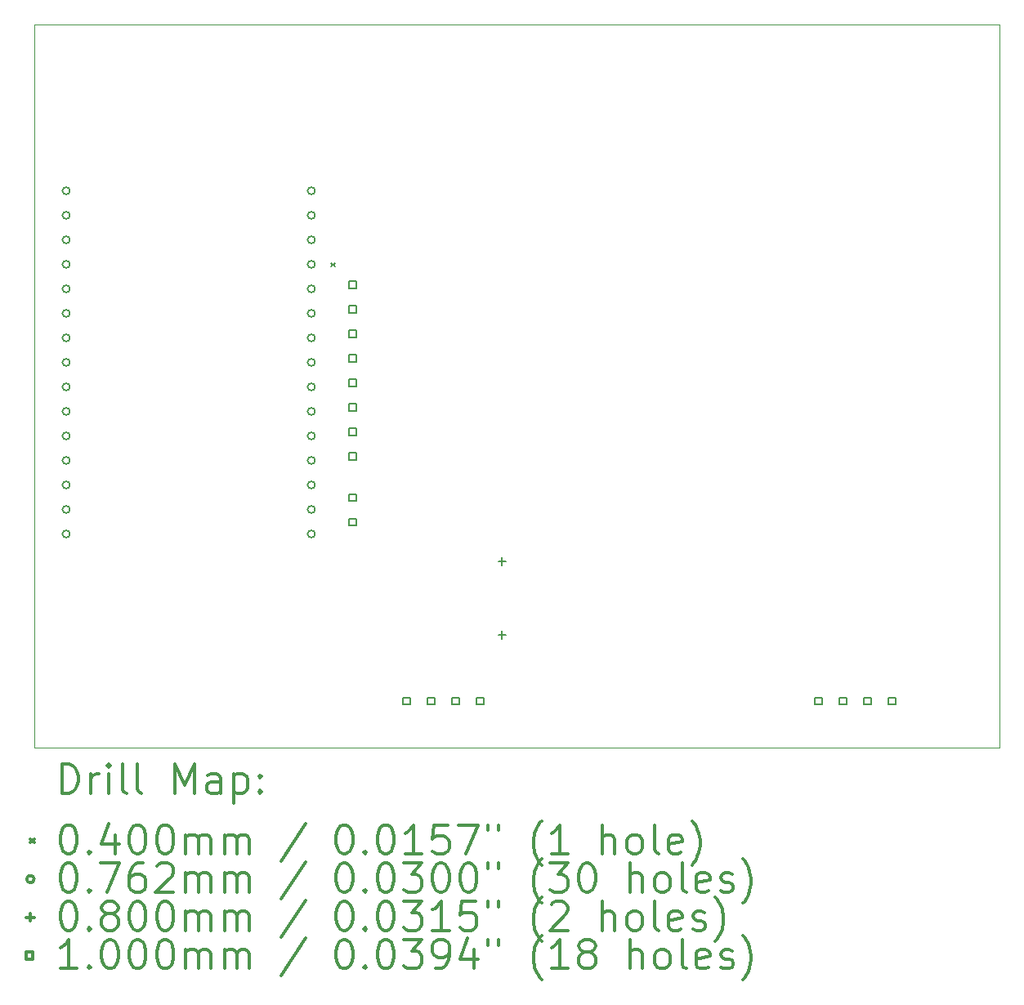
<source format=gbr>
%FSLAX45Y45*%
G04 Gerber Fmt 4.5, Leading zero omitted, Abs format (unit mm)*
G04 Created by KiCad (PCBNEW (5.1.10)-1) date 2021-12-02 13:26:13*
%MOMM*%
%LPD*%
G01*
G04 APERTURE LIST*
%TA.AperFunction,Profile*%
%ADD10C,0.050000*%
%TD*%
%ADD11C,0.200000*%
%ADD12C,0.300000*%
G04 APERTURE END LIST*
D10*
X16000000Y-14000000D02*
X16000000Y-6500000D01*
X16000000Y-14000000D02*
X6000000Y-14000000D01*
X6000000Y-6500000D02*
X6000000Y-14000000D01*
X6000000Y-6500000D02*
X16000000Y-6500000D01*
D11*
X9073200Y-8971600D02*
X9113200Y-9011600D01*
X9113200Y-8971600D02*
X9073200Y-9011600D01*
X6368100Y-8226550D02*
G75*
G03*
X6368100Y-8226550I-38100J0D01*
G01*
X6368100Y-8480550D02*
G75*
G03*
X6368100Y-8480550I-38100J0D01*
G01*
X6368100Y-8734550D02*
G75*
G03*
X6368100Y-8734550I-38100J0D01*
G01*
X6368100Y-8988550D02*
G75*
G03*
X6368100Y-8988550I-38100J0D01*
G01*
X6368100Y-9242550D02*
G75*
G03*
X6368100Y-9242550I-38100J0D01*
G01*
X6368100Y-9496550D02*
G75*
G03*
X6368100Y-9496550I-38100J0D01*
G01*
X6368100Y-9750550D02*
G75*
G03*
X6368100Y-9750550I-38100J0D01*
G01*
X6368100Y-10004550D02*
G75*
G03*
X6368100Y-10004550I-38100J0D01*
G01*
X6368100Y-10258550D02*
G75*
G03*
X6368100Y-10258550I-38100J0D01*
G01*
X6368100Y-10512550D02*
G75*
G03*
X6368100Y-10512550I-38100J0D01*
G01*
X6368100Y-10766550D02*
G75*
G03*
X6368100Y-10766550I-38100J0D01*
G01*
X6368100Y-11020550D02*
G75*
G03*
X6368100Y-11020550I-38100J0D01*
G01*
X6368100Y-11274550D02*
G75*
G03*
X6368100Y-11274550I-38100J0D01*
G01*
X6368100Y-11528550D02*
G75*
G03*
X6368100Y-11528550I-38100J0D01*
G01*
X6368100Y-11782550D02*
G75*
G03*
X6368100Y-11782550I-38100J0D01*
G01*
X8908100Y-8226550D02*
G75*
G03*
X8908100Y-8226550I-38100J0D01*
G01*
X8908100Y-8480550D02*
G75*
G03*
X8908100Y-8480550I-38100J0D01*
G01*
X8908100Y-8734550D02*
G75*
G03*
X8908100Y-8734550I-38100J0D01*
G01*
X8908100Y-8988550D02*
G75*
G03*
X8908100Y-8988550I-38100J0D01*
G01*
X8908100Y-9242550D02*
G75*
G03*
X8908100Y-9242550I-38100J0D01*
G01*
X8908100Y-9496550D02*
G75*
G03*
X8908100Y-9496550I-38100J0D01*
G01*
X8908100Y-9750550D02*
G75*
G03*
X8908100Y-9750550I-38100J0D01*
G01*
X8908100Y-10004550D02*
G75*
G03*
X8908100Y-10004550I-38100J0D01*
G01*
X8908100Y-10258550D02*
G75*
G03*
X8908100Y-10258550I-38100J0D01*
G01*
X8908100Y-10512550D02*
G75*
G03*
X8908100Y-10512550I-38100J0D01*
G01*
X8908100Y-10766550D02*
G75*
G03*
X8908100Y-10766550I-38100J0D01*
G01*
X8908100Y-11020550D02*
G75*
G03*
X8908100Y-11020550I-38100J0D01*
G01*
X8908100Y-11274550D02*
G75*
G03*
X8908100Y-11274550I-38100J0D01*
G01*
X8908100Y-11528550D02*
G75*
G03*
X8908100Y-11528550I-38100J0D01*
G01*
X8908100Y-11782550D02*
G75*
G03*
X8908100Y-11782550I-38100J0D01*
G01*
X10845800Y-12025000D02*
X10845800Y-12105000D01*
X10805800Y-12065000D02*
X10885800Y-12065000D01*
X10845800Y-12787000D02*
X10845800Y-12867000D01*
X10805800Y-12827000D02*
X10885800Y-12827000D01*
X9331756Y-9235356D02*
X9331756Y-9164644D01*
X9261044Y-9164644D01*
X9261044Y-9235356D01*
X9331756Y-9235356D01*
X9331756Y-9489356D02*
X9331756Y-9418644D01*
X9261044Y-9418644D01*
X9261044Y-9489356D01*
X9331756Y-9489356D01*
X9331756Y-9743356D02*
X9331756Y-9672644D01*
X9261044Y-9672644D01*
X9261044Y-9743356D01*
X9331756Y-9743356D01*
X9331756Y-9997356D02*
X9331756Y-9926644D01*
X9261044Y-9926644D01*
X9261044Y-9997356D01*
X9331756Y-9997356D01*
X9331756Y-10251356D02*
X9331756Y-10180644D01*
X9261044Y-10180644D01*
X9261044Y-10251356D01*
X9331756Y-10251356D01*
X9331756Y-10505356D02*
X9331756Y-10434644D01*
X9261044Y-10434644D01*
X9261044Y-10505356D01*
X9331756Y-10505356D01*
X9331756Y-10759356D02*
X9331756Y-10688644D01*
X9261044Y-10688644D01*
X9261044Y-10759356D01*
X9331756Y-10759356D01*
X9331756Y-11013356D02*
X9331756Y-10942644D01*
X9261044Y-10942644D01*
X9261044Y-11013356D01*
X9331756Y-11013356D01*
X9331756Y-11439956D02*
X9331756Y-11369244D01*
X9261044Y-11369244D01*
X9261044Y-11439956D01*
X9331756Y-11439956D01*
X9331756Y-11693956D02*
X9331756Y-11623244D01*
X9261044Y-11623244D01*
X9261044Y-11693956D01*
X9331756Y-11693956D01*
X9890556Y-13548156D02*
X9890556Y-13477444D01*
X9819844Y-13477444D01*
X9819844Y-13548156D01*
X9890556Y-13548156D01*
X10144556Y-13548156D02*
X10144556Y-13477444D01*
X10073844Y-13477444D01*
X10073844Y-13548156D01*
X10144556Y-13548156D01*
X10398556Y-13548156D02*
X10398556Y-13477444D01*
X10327844Y-13477444D01*
X10327844Y-13548156D01*
X10398556Y-13548156D01*
X10652556Y-13548156D02*
X10652556Y-13477444D01*
X10581844Y-13477444D01*
X10581844Y-13548156D01*
X10652556Y-13548156D01*
X14157756Y-13548156D02*
X14157756Y-13477444D01*
X14087044Y-13477444D01*
X14087044Y-13548156D01*
X14157756Y-13548156D01*
X14411756Y-13548156D02*
X14411756Y-13477444D01*
X14341044Y-13477444D01*
X14341044Y-13548156D01*
X14411756Y-13548156D01*
X14665756Y-13548156D02*
X14665756Y-13477444D01*
X14595044Y-13477444D01*
X14595044Y-13548156D01*
X14665756Y-13548156D01*
X14919756Y-13548156D02*
X14919756Y-13477444D01*
X14849044Y-13477444D01*
X14849044Y-13548156D01*
X14919756Y-13548156D01*
D12*
X6283928Y-14468214D02*
X6283928Y-14168214D01*
X6355357Y-14168214D01*
X6398214Y-14182500D01*
X6426786Y-14211071D01*
X6441071Y-14239643D01*
X6455357Y-14296786D01*
X6455357Y-14339643D01*
X6441071Y-14396786D01*
X6426786Y-14425357D01*
X6398214Y-14453929D01*
X6355357Y-14468214D01*
X6283928Y-14468214D01*
X6583928Y-14468214D02*
X6583928Y-14268214D01*
X6583928Y-14325357D02*
X6598214Y-14296786D01*
X6612500Y-14282500D01*
X6641071Y-14268214D01*
X6669643Y-14268214D01*
X6769643Y-14468214D02*
X6769643Y-14268214D01*
X6769643Y-14168214D02*
X6755357Y-14182500D01*
X6769643Y-14196786D01*
X6783928Y-14182500D01*
X6769643Y-14168214D01*
X6769643Y-14196786D01*
X6955357Y-14468214D02*
X6926786Y-14453929D01*
X6912500Y-14425357D01*
X6912500Y-14168214D01*
X7112500Y-14468214D02*
X7083928Y-14453929D01*
X7069643Y-14425357D01*
X7069643Y-14168214D01*
X7455357Y-14468214D02*
X7455357Y-14168214D01*
X7555357Y-14382500D01*
X7655357Y-14168214D01*
X7655357Y-14468214D01*
X7926786Y-14468214D02*
X7926786Y-14311071D01*
X7912500Y-14282500D01*
X7883928Y-14268214D01*
X7826786Y-14268214D01*
X7798214Y-14282500D01*
X7926786Y-14453929D02*
X7898214Y-14468214D01*
X7826786Y-14468214D01*
X7798214Y-14453929D01*
X7783928Y-14425357D01*
X7783928Y-14396786D01*
X7798214Y-14368214D01*
X7826786Y-14353929D01*
X7898214Y-14353929D01*
X7926786Y-14339643D01*
X8069643Y-14268214D02*
X8069643Y-14568214D01*
X8069643Y-14282500D02*
X8098214Y-14268214D01*
X8155357Y-14268214D01*
X8183928Y-14282500D01*
X8198214Y-14296786D01*
X8212500Y-14325357D01*
X8212500Y-14411071D01*
X8198214Y-14439643D01*
X8183928Y-14453929D01*
X8155357Y-14468214D01*
X8098214Y-14468214D01*
X8069643Y-14453929D01*
X8341071Y-14439643D02*
X8355357Y-14453929D01*
X8341071Y-14468214D01*
X8326786Y-14453929D01*
X8341071Y-14439643D01*
X8341071Y-14468214D01*
X8341071Y-14282500D02*
X8355357Y-14296786D01*
X8341071Y-14311071D01*
X8326786Y-14296786D01*
X8341071Y-14282500D01*
X8341071Y-14311071D01*
X5957500Y-14942500D02*
X5997500Y-14982500D01*
X5997500Y-14942500D02*
X5957500Y-14982500D01*
X6341071Y-14798214D02*
X6369643Y-14798214D01*
X6398214Y-14812500D01*
X6412500Y-14826786D01*
X6426786Y-14855357D01*
X6441071Y-14912500D01*
X6441071Y-14983929D01*
X6426786Y-15041071D01*
X6412500Y-15069643D01*
X6398214Y-15083929D01*
X6369643Y-15098214D01*
X6341071Y-15098214D01*
X6312500Y-15083929D01*
X6298214Y-15069643D01*
X6283928Y-15041071D01*
X6269643Y-14983929D01*
X6269643Y-14912500D01*
X6283928Y-14855357D01*
X6298214Y-14826786D01*
X6312500Y-14812500D01*
X6341071Y-14798214D01*
X6569643Y-15069643D02*
X6583928Y-15083929D01*
X6569643Y-15098214D01*
X6555357Y-15083929D01*
X6569643Y-15069643D01*
X6569643Y-15098214D01*
X6841071Y-14898214D02*
X6841071Y-15098214D01*
X6769643Y-14783929D02*
X6698214Y-14998214D01*
X6883928Y-14998214D01*
X7055357Y-14798214D02*
X7083928Y-14798214D01*
X7112500Y-14812500D01*
X7126786Y-14826786D01*
X7141071Y-14855357D01*
X7155357Y-14912500D01*
X7155357Y-14983929D01*
X7141071Y-15041071D01*
X7126786Y-15069643D01*
X7112500Y-15083929D01*
X7083928Y-15098214D01*
X7055357Y-15098214D01*
X7026786Y-15083929D01*
X7012500Y-15069643D01*
X6998214Y-15041071D01*
X6983928Y-14983929D01*
X6983928Y-14912500D01*
X6998214Y-14855357D01*
X7012500Y-14826786D01*
X7026786Y-14812500D01*
X7055357Y-14798214D01*
X7341071Y-14798214D02*
X7369643Y-14798214D01*
X7398214Y-14812500D01*
X7412500Y-14826786D01*
X7426786Y-14855357D01*
X7441071Y-14912500D01*
X7441071Y-14983929D01*
X7426786Y-15041071D01*
X7412500Y-15069643D01*
X7398214Y-15083929D01*
X7369643Y-15098214D01*
X7341071Y-15098214D01*
X7312500Y-15083929D01*
X7298214Y-15069643D01*
X7283928Y-15041071D01*
X7269643Y-14983929D01*
X7269643Y-14912500D01*
X7283928Y-14855357D01*
X7298214Y-14826786D01*
X7312500Y-14812500D01*
X7341071Y-14798214D01*
X7569643Y-15098214D02*
X7569643Y-14898214D01*
X7569643Y-14926786D02*
X7583928Y-14912500D01*
X7612500Y-14898214D01*
X7655357Y-14898214D01*
X7683928Y-14912500D01*
X7698214Y-14941071D01*
X7698214Y-15098214D01*
X7698214Y-14941071D02*
X7712500Y-14912500D01*
X7741071Y-14898214D01*
X7783928Y-14898214D01*
X7812500Y-14912500D01*
X7826786Y-14941071D01*
X7826786Y-15098214D01*
X7969643Y-15098214D02*
X7969643Y-14898214D01*
X7969643Y-14926786D02*
X7983928Y-14912500D01*
X8012500Y-14898214D01*
X8055357Y-14898214D01*
X8083928Y-14912500D01*
X8098214Y-14941071D01*
X8098214Y-15098214D01*
X8098214Y-14941071D02*
X8112500Y-14912500D01*
X8141071Y-14898214D01*
X8183928Y-14898214D01*
X8212500Y-14912500D01*
X8226786Y-14941071D01*
X8226786Y-15098214D01*
X8812500Y-14783929D02*
X8555357Y-15169643D01*
X9198214Y-14798214D02*
X9226786Y-14798214D01*
X9255357Y-14812500D01*
X9269643Y-14826786D01*
X9283928Y-14855357D01*
X9298214Y-14912500D01*
X9298214Y-14983929D01*
X9283928Y-15041071D01*
X9269643Y-15069643D01*
X9255357Y-15083929D01*
X9226786Y-15098214D01*
X9198214Y-15098214D01*
X9169643Y-15083929D01*
X9155357Y-15069643D01*
X9141071Y-15041071D01*
X9126786Y-14983929D01*
X9126786Y-14912500D01*
X9141071Y-14855357D01*
X9155357Y-14826786D01*
X9169643Y-14812500D01*
X9198214Y-14798214D01*
X9426786Y-15069643D02*
X9441071Y-15083929D01*
X9426786Y-15098214D01*
X9412500Y-15083929D01*
X9426786Y-15069643D01*
X9426786Y-15098214D01*
X9626786Y-14798214D02*
X9655357Y-14798214D01*
X9683928Y-14812500D01*
X9698214Y-14826786D01*
X9712500Y-14855357D01*
X9726786Y-14912500D01*
X9726786Y-14983929D01*
X9712500Y-15041071D01*
X9698214Y-15069643D01*
X9683928Y-15083929D01*
X9655357Y-15098214D01*
X9626786Y-15098214D01*
X9598214Y-15083929D01*
X9583928Y-15069643D01*
X9569643Y-15041071D01*
X9555357Y-14983929D01*
X9555357Y-14912500D01*
X9569643Y-14855357D01*
X9583928Y-14826786D01*
X9598214Y-14812500D01*
X9626786Y-14798214D01*
X10012500Y-15098214D02*
X9841071Y-15098214D01*
X9926786Y-15098214D02*
X9926786Y-14798214D01*
X9898214Y-14841071D01*
X9869643Y-14869643D01*
X9841071Y-14883929D01*
X10283928Y-14798214D02*
X10141071Y-14798214D01*
X10126786Y-14941071D01*
X10141071Y-14926786D01*
X10169643Y-14912500D01*
X10241071Y-14912500D01*
X10269643Y-14926786D01*
X10283928Y-14941071D01*
X10298214Y-14969643D01*
X10298214Y-15041071D01*
X10283928Y-15069643D01*
X10269643Y-15083929D01*
X10241071Y-15098214D01*
X10169643Y-15098214D01*
X10141071Y-15083929D01*
X10126786Y-15069643D01*
X10398214Y-14798214D02*
X10598214Y-14798214D01*
X10469643Y-15098214D01*
X10698214Y-14798214D02*
X10698214Y-14855357D01*
X10812500Y-14798214D02*
X10812500Y-14855357D01*
X11255357Y-15212500D02*
X11241071Y-15198214D01*
X11212500Y-15155357D01*
X11198214Y-15126786D01*
X11183928Y-15083929D01*
X11169643Y-15012500D01*
X11169643Y-14955357D01*
X11183928Y-14883929D01*
X11198214Y-14841071D01*
X11212500Y-14812500D01*
X11241071Y-14769643D01*
X11255357Y-14755357D01*
X11526786Y-15098214D02*
X11355357Y-15098214D01*
X11441071Y-15098214D02*
X11441071Y-14798214D01*
X11412500Y-14841071D01*
X11383928Y-14869643D01*
X11355357Y-14883929D01*
X11883928Y-15098214D02*
X11883928Y-14798214D01*
X12012500Y-15098214D02*
X12012500Y-14941071D01*
X11998214Y-14912500D01*
X11969643Y-14898214D01*
X11926786Y-14898214D01*
X11898214Y-14912500D01*
X11883928Y-14926786D01*
X12198214Y-15098214D02*
X12169643Y-15083929D01*
X12155357Y-15069643D01*
X12141071Y-15041071D01*
X12141071Y-14955357D01*
X12155357Y-14926786D01*
X12169643Y-14912500D01*
X12198214Y-14898214D01*
X12241071Y-14898214D01*
X12269643Y-14912500D01*
X12283928Y-14926786D01*
X12298214Y-14955357D01*
X12298214Y-15041071D01*
X12283928Y-15069643D01*
X12269643Y-15083929D01*
X12241071Y-15098214D01*
X12198214Y-15098214D01*
X12469643Y-15098214D02*
X12441071Y-15083929D01*
X12426786Y-15055357D01*
X12426786Y-14798214D01*
X12698214Y-15083929D02*
X12669643Y-15098214D01*
X12612500Y-15098214D01*
X12583928Y-15083929D01*
X12569643Y-15055357D01*
X12569643Y-14941071D01*
X12583928Y-14912500D01*
X12612500Y-14898214D01*
X12669643Y-14898214D01*
X12698214Y-14912500D01*
X12712500Y-14941071D01*
X12712500Y-14969643D01*
X12569643Y-14998214D01*
X12812500Y-15212500D02*
X12826786Y-15198214D01*
X12855357Y-15155357D01*
X12869643Y-15126786D01*
X12883928Y-15083929D01*
X12898214Y-15012500D01*
X12898214Y-14955357D01*
X12883928Y-14883929D01*
X12869643Y-14841071D01*
X12855357Y-14812500D01*
X12826786Y-14769643D01*
X12812500Y-14755357D01*
X5997500Y-15358500D02*
G75*
G03*
X5997500Y-15358500I-38100J0D01*
G01*
X6341071Y-15194214D02*
X6369643Y-15194214D01*
X6398214Y-15208500D01*
X6412500Y-15222786D01*
X6426786Y-15251357D01*
X6441071Y-15308500D01*
X6441071Y-15379929D01*
X6426786Y-15437071D01*
X6412500Y-15465643D01*
X6398214Y-15479929D01*
X6369643Y-15494214D01*
X6341071Y-15494214D01*
X6312500Y-15479929D01*
X6298214Y-15465643D01*
X6283928Y-15437071D01*
X6269643Y-15379929D01*
X6269643Y-15308500D01*
X6283928Y-15251357D01*
X6298214Y-15222786D01*
X6312500Y-15208500D01*
X6341071Y-15194214D01*
X6569643Y-15465643D02*
X6583928Y-15479929D01*
X6569643Y-15494214D01*
X6555357Y-15479929D01*
X6569643Y-15465643D01*
X6569643Y-15494214D01*
X6683928Y-15194214D02*
X6883928Y-15194214D01*
X6755357Y-15494214D01*
X7126786Y-15194214D02*
X7069643Y-15194214D01*
X7041071Y-15208500D01*
X7026786Y-15222786D01*
X6998214Y-15265643D01*
X6983928Y-15322786D01*
X6983928Y-15437071D01*
X6998214Y-15465643D01*
X7012500Y-15479929D01*
X7041071Y-15494214D01*
X7098214Y-15494214D01*
X7126786Y-15479929D01*
X7141071Y-15465643D01*
X7155357Y-15437071D01*
X7155357Y-15365643D01*
X7141071Y-15337071D01*
X7126786Y-15322786D01*
X7098214Y-15308500D01*
X7041071Y-15308500D01*
X7012500Y-15322786D01*
X6998214Y-15337071D01*
X6983928Y-15365643D01*
X7269643Y-15222786D02*
X7283928Y-15208500D01*
X7312500Y-15194214D01*
X7383928Y-15194214D01*
X7412500Y-15208500D01*
X7426786Y-15222786D01*
X7441071Y-15251357D01*
X7441071Y-15279929D01*
X7426786Y-15322786D01*
X7255357Y-15494214D01*
X7441071Y-15494214D01*
X7569643Y-15494214D02*
X7569643Y-15294214D01*
X7569643Y-15322786D02*
X7583928Y-15308500D01*
X7612500Y-15294214D01*
X7655357Y-15294214D01*
X7683928Y-15308500D01*
X7698214Y-15337071D01*
X7698214Y-15494214D01*
X7698214Y-15337071D02*
X7712500Y-15308500D01*
X7741071Y-15294214D01*
X7783928Y-15294214D01*
X7812500Y-15308500D01*
X7826786Y-15337071D01*
X7826786Y-15494214D01*
X7969643Y-15494214D02*
X7969643Y-15294214D01*
X7969643Y-15322786D02*
X7983928Y-15308500D01*
X8012500Y-15294214D01*
X8055357Y-15294214D01*
X8083928Y-15308500D01*
X8098214Y-15337071D01*
X8098214Y-15494214D01*
X8098214Y-15337071D02*
X8112500Y-15308500D01*
X8141071Y-15294214D01*
X8183928Y-15294214D01*
X8212500Y-15308500D01*
X8226786Y-15337071D01*
X8226786Y-15494214D01*
X8812500Y-15179929D02*
X8555357Y-15565643D01*
X9198214Y-15194214D02*
X9226786Y-15194214D01*
X9255357Y-15208500D01*
X9269643Y-15222786D01*
X9283928Y-15251357D01*
X9298214Y-15308500D01*
X9298214Y-15379929D01*
X9283928Y-15437071D01*
X9269643Y-15465643D01*
X9255357Y-15479929D01*
X9226786Y-15494214D01*
X9198214Y-15494214D01*
X9169643Y-15479929D01*
X9155357Y-15465643D01*
X9141071Y-15437071D01*
X9126786Y-15379929D01*
X9126786Y-15308500D01*
X9141071Y-15251357D01*
X9155357Y-15222786D01*
X9169643Y-15208500D01*
X9198214Y-15194214D01*
X9426786Y-15465643D02*
X9441071Y-15479929D01*
X9426786Y-15494214D01*
X9412500Y-15479929D01*
X9426786Y-15465643D01*
X9426786Y-15494214D01*
X9626786Y-15194214D02*
X9655357Y-15194214D01*
X9683928Y-15208500D01*
X9698214Y-15222786D01*
X9712500Y-15251357D01*
X9726786Y-15308500D01*
X9726786Y-15379929D01*
X9712500Y-15437071D01*
X9698214Y-15465643D01*
X9683928Y-15479929D01*
X9655357Y-15494214D01*
X9626786Y-15494214D01*
X9598214Y-15479929D01*
X9583928Y-15465643D01*
X9569643Y-15437071D01*
X9555357Y-15379929D01*
X9555357Y-15308500D01*
X9569643Y-15251357D01*
X9583928Y-15222786D01*
X9598214Y-15208500D01*
X9626786Y-15194214D01*
X9826786Y-15194214D02*
X10012500Y-15194214D01*
X9912500Y-15308500D01*
X9955357Y-15308500D01*
X9983928Y-15322786D01*
X9998214Y-15337071D01*
X10012500Y-15365643D01*
X10012500Y-15437071D01*
X9998214Y-15465643D01*
X9983928Y-15479929D01*
X9955357Y-15494214D01*
X9869643Y-15494214D01*
X9841071Y-15479929D01*
X9826786Y-15465643D01*
X10198214Y-15194214D02*
X10226786Y-15194214D01*
X10255357Y-15208500D01*
X10269643Y-15222786D01*
X10283928Y-15251357D01*
X10298214Y-15308500D01*
X10298214Y-15379929D01*
X10283928Y-15437071D01*
X10269643Y-15465643D01*
X10255357Y-15479929D01*
X10226786Y-15494214D01*
X10198214Y-15494214D01*
X10169643Y-15479929D01*
X10155357Y-15465643D01*
X10141071Y-15437071D01*
X10126786Y-15379929D01*
X10126786Y-15308500D01*
X10141071Y-15251357D01*
X10155357Y-15222786D01*
X10169643Y-15208500D01*
X10198214Y-15194214D01*
X10483928Y-15194214D02*
X10512500Y-15194214D01*
X10541071Y-15208500D01*
X10555357Y-15222786D01*
X10569643Y-15251357D01*
X10583928Y-15308500D01*
X10583928Y-15379929D01*
X10569643Y-15437071D01*
X10555357Y-15465643D01*
X10541071Y-15479929D01*
X10512500Y-15494214D01*
X10483928Y-15494214D01*
X10455357Y-15479929D01*
X10441071Y-15465643D01*
X10426786Y-15437071D01*
X10412500Y-15379929D01*
X10412500Y-15308500D01*
X10426786Y-15251357D01*
X10441071Y-15222786D01*
X10455357Y-15208500D01*
X10483928Y-15194214D01*
X10698214Y-15194214D02*
X10698214Y-15251357D01*
X10812500Y-15194214D02*
X10812500Y-15251357D01*
X11255357Y-15608500D02*
X11241071Y-15594214D01*
X11212500Y-15551357D01*
X11198214Y-15522786D01*
X11183928Y-15479929D01*
X11169643Y-15408500D01*
X11169643Y-15351357D01*
X11183928Y-15279929D01*
X11198214Y-15237071D01*
X11212500Y-15208500D01*
X11241071Y-15165643D01*
X11255357Y-15151357D01*
X11341071Y-15194214D02*
X11526786Y-15194214D01*
X11426786Y-15308500D01*
X11469643Y-15308500D01*
X11498214Y-15322786D01*
X11512500Y-15337071D01*
X11526786Y-15365643D01*
X11526786Y-15437071D01*
X11512500Y-15465643D01*
X11498214Y-15479929D01*
X11469643Y-15494214D01*
X11383928Y-15494214D01*
X11355357Y-15479929D01*
X11341071Y-15465643D01*
X11712500Y-15194214D02*
X11741071Y-15194214D01*
X11769643Y-15208500D01*
X11783928Y-15222786D01*
X11798214Y-15251357D01*
X11812500Y-15308500D01*
X11812500Y-15379929D01*
X11798214Y-15437071D01*
X11783928Y-15465643D01*
X11769643Y-15479929D01*
X11741071Y-15494214D01*
X11712500Y-15494214D01*
X11683928Y-15479929D01*
X11669643Y-15465643D01*
X11655357Y-15437071D01*
X11641071Y-15379929D01*
X11641071Y-15308500D01*
X11655357Y-15251357D01*
X11669643Y-15222786D01*
X11683928Y-15208500D01*
X11712500Y-15194214D01*
X12169643Y-15494214D02*
X12169643Y-15194214D01*
X12298214Y-15494214D02*
X12298214Y-15337071D01*
X12283928Y-15308500D01*
X12255357Y-15294214D01*
X12212500Y-15294214D01*
X12183928Y-15308500D01*
X12169643Y-15322786D01*
X12483928Y-15494214D02*
X12455357Y-15479929D01*
X12441071Y-15465643D01*
X12426786Y-15437071D01*
X12426786Y-15351357D01*
X12441071Y-15322786D01*
X12455357Y-15308500D01*
X12483928Y-15294214D01*
X12526786Y-15294214D01*
X12555357Y-15308500D01*
X12569643Y-15322786D01*
X12583928Y-15351357D01*
X12583928Y-15437071D01*
X12569643Y-15465643D01*
X12555357Y-15479929D01*
X12526786Y-15494214D01*
X12483928Y-15494214D01*
X12755357Y-15494214D02*
X12726786Y-15479929D01*
X12712500Y-15451357D01*
X12712500Y-15194214D01*
X12983928Y-15479929D02*
X12955357Y-15494214D01*
X12898214Y-15494214D01*
X12869643Y-15479929D01*
X12855357Y-15451357D01*
X12855357Y-15337071D01*
X12869643Y-15308500D01*
X12898214Y-15294214D01*
X12955357Y-15294214D01*
X12983928Y-15308500D01*
X12998214Y-15337071D01*
X12998214Y-15365643D01*
X12855357Y-15394214D01*
X13112500Y-15479929D02*
X13141071Y-15494214D01*
X13198214Y-15494214D01*
X13226786Y-15479929D01*
X13241071Y-15451357D01*
X13241071Y-15437071D01*
X13226786Y-15408500D01*
X13198214Y-15394214D01*
X13155357Y-15394214D01*
X13126786Y-15379929D01*
X13112500Y-15351357D01*
X13112500Y-15337071D01*
X13126786Y-15308500D01*
X13155357Y-15294214D01*
X13198214Y-15294214D01*
X13226786Y-15308500D01*
X13341071Y-15608500D02*
X13355357Y-15594214D01*
X13383928Y-15551357D01*
X13398214Y-15522786D01*
X13412500Y-15479929D01*
X13426786Y-15408500D01*
X13426786Y-15351357D01*
X13412500Y-15279929D01*
X13398214Y-15237071D01*
X13383928Y-15208500D01*
X13355357Y-15165643D01*
X13341071Y-15151357D01*
X5957500Y-15714500D02*
X5957500Y-15794500D01*
X5917500Y-15754500D02*
X5997500Y-15754500D01*
X6341071Y-15590214D02*
X6369643Y-15590214D01*
X6398214Y-15604500D01*
X6412500Y-15618786D01*
X6426786Y-15647357D01*
X6441071Y-15704500D01*
X6441071Y-15775929D01*
X6426786Y-15833071D01*
X6412500Y-15861643D01*
X6398214Y-15875929D01*
X6369643Y-15890214D01*
X6341071Y-15890214D01*
X6312500Y-15875929D01*
X6298214Y-15861643D01*
X6283928Y-15833071D01*
X6269643Y-15775929D01*
X6269643Y-15704500D01*
X6283928Y-15647357D01*
X6298214Y-15618786D01*
X6312500Y-15604500D01*
X6341071Y-15590214D01*
X6569643Y-15861643D02*
X6583928Y-15875929D01*
X6569643Y-15890214D01*
X6555357Y-15875929D01*
X6569643Y-15861643D01*
X6569643Y-15890214D01*
X6755357Y-15718786D02*
X6726786Y-15704500D01*
X6712500Y-15690214D01*
X6698214Y-15661643D01*
X6698214Y-15647357D01*
X6712500Y-15618786D01*
X6726786Y-15604500D01*
X6755357Y-15590214D01*
X6812500Y-15590214D01*
X6841071Y-15604500D01*
X6855357Y-15618786D01*
X6869643Y-15647357D01*
X6869643Y-15661643D01*
X6855357Y-15690214D01*
X6841071Y-15704500D01*
X6812500Y-15718786D01*
X6755357Y-15718786D01*
X6726786Y-15733071D01*
X6712500Y-15747357D01*
X6698214Y-15775929D01*
X6698214Y-15833071D01*
X6712500Y-15861643D01*
X6726786Y-15875929D01*
X6755357Y-15890214D01*
X6812500Y-15890214D01*
X6841071Y-15875929D01*
X6855357Y-15861643D01*
X6869643Y-15833071D01*
X6869643Y-15775929D01*
X6855357Y-15747357D01*
X6841071Y-15733071D01*
X6812500Y-15718786D01*
X7055357Y-15590214D02*
X7083928Y-15590214D01*
X7112500Y-15604500D01*
X7126786Y-15618786D01*
X7141071Y-15647357D01*
X7155357Y-15704500D01*
X7155357Y-15775929D01*
X7141071Y-15833071D01*
X7126786Y-15861643D01*
X7112500Y-15875929D01*
X7083928Y-15890214D01*
X7055357Y-15890214D01*
X7026786Y-15875929D01*
X7012500Y-15861643D01*
X6998214Y-15833071D01*
X6983928Y-15775929D01*
X6983928Y-15704500D01*
X6998214Y-15647357D01*
X7012500Y-15618786D01*
X7026786Y-15604500D01*
X7055357Y-15590214D01*
X7341071Y-15590214D02*
X7369643Y-15590214D01*
X7398214Y-15604500D01*
X7412500Y-15618786D01*
X7426786Y-15647357D01*
X7441071Y-15704500D01*
X7441071Y-15775929D01*
X7426786Y-15833071D01*
X7412500Y-15861643D01*
X7398214Y-15875929D01*
X7369643Y-15890214D01*
X7341071Y-15890214D01*
X7312500Y-15875929D01*
X7298214Y-15861643D01*
X7283928Y-15833071D01*
X7269643Y-15775929D01*
X7269643Y-15704500D01*
X7283928Y-15647357D01*
X7298214Y-15618786D01*
X7312500Y-15604500D01*
X7341071Y-15590214D01*
X7569643Y-15890214D02*
X7569643Y-15690214D01*
X7569643Y-15718786D02*
X7583928Y-15704500D01*
X7612500Y-15690214D01*
X7655357Y-15690214D01*
X7683928Y-15704500D01*
X7698214Y-15733071D01*
X7698214Y-15890214D01*
X7698214Y-15733071D02*
X7712500Y-15704500D01*
X7741071Y-15690214D01*
X7783928Y-15690214D01*
X7812500Y-15704500D01*
X7826786Y-15733071D01*
X7826786Y-15890214D01*
X7969643Y-15890214D02*
X7969643Y-15690214D01*
X7969643Y-15718786D02*
X7983928Y-15704500D01*
X8012500Y-15690214D01*
X8055357Y-15690214D01*
X8083928Y-15704500D01*
X8098214Y-15733071D01*
X8098214Y-15890214D01*
X8098214Y-15733071D02*
X8112500Y-15704500D01*
X8141071Y-15690214D01*
X8183928Y-15690214D01*
X8212500Y-15704500D01*
X8226786Y-15733071D01*
X8226786Y-15890214D01*
X8812500Y-15575929D02*
X8555357Y-15961643D01*
X9198214Y-15590214D02*
X9226786Y-15590214D01*
X9255357Y-15604500D01*
X9269643Y-15618786D01*
X9283928Y-15647357D01*
X9298214Y-15704500D01*
X9298214Y-15775929D01*
X9283928Y-15833071D01*
X9269643Y-15861643D01*
X9255357Y-15875929D01*
X9226786Y-15890214D01*
X9198214Y-15890214D01*
X9169643Y-15875929D01*
X9155357Y-15861643D01*
X9141071Y-15833071D01*
X9126786Y-15775929D01*
X9126786Y-15704500D01*
X9141071Y-15647357D01*
X9155357Y-15618786D01*
X9169643Y-15604500D01*
X9198214Y-15590214D01*
X9426786Y-15861643D02*
X9441071Y-15875929D01*
X9426786Y-15890214D01*
X9412500Y-15875929D01*
X9426786Y-15861643D01*
X9426786Y-15890214D01*
X9626786Y-15590214D02*
X9655357Y-15590214D01*
X9683928Y-15604500D01*
X9698214Y-15618786D01*
X9712500Y-15647357D01*
X9726786Y-15704500D01*
X9726786Y-15775929D01*
X9712500Y-15833071D01*
X9698214Y-15861643D01*
X9683928Y-15875929D01*
X9655357Y-15890214D01*
X9626786Y-15890214D01*
X9598214Y-15875929D01*
X9583928Y-15861643D01*
X9569643Y-15833071D01*
X9555357Y-15775929D01*
X9555357Y-15704500D01*
X9569643Y-15647357D01*
X9583928Y-15618786D01*
X9598214Y-15604500D01*
X9626786Y-15590214D01*
X9826786Y-15590214D02*
X10012500Y-15590214D01*
X9912500Y-15704500D01*
X9955357Y-15704500D01*
X9983928Y-15718786D01*
X9998214Y-15733071D01*
X10012500Y-15761643D01*
X10012500Y-15833071D01*
X9998214Y-15861643D01*
X9983928Y-15875929D01*
X9955357Y-15890214D01*
X9869643Y-15890214D01*
X9841071Y-15875929D01*
X9826786Y-15861643D01*
X10298214Y-15890214D02*
X10126786Y-15890214D01*
X10212500Y-15890214D02*
X10212500Y-15590214D01*
X10183928Y-15633071D01*
X10155357Y-15661643D01*
X10126786Y-15675929D01*
X10569643Y-15590214D02*
X10426786Y-15590214D01*
X10412500Y-15733071D01*
X10426786Y-15718786D01*
X10455357Y-15704500D01*
X10526786Y-15704500D01*
X10555357Y-15718786D01*
X10569643Y-15733071D01*
X10583928Y-15761643D01*
X10583928Y-15833071D01*
X10569643Y-15861643D01*
X10555357Y-15875929D01*
X10526786Y-15890214D01*
X10455357Y-15890214D01*
X10426786Y-15875929D01*
X10412500Y-15861643D01*
X10698214Y-15590214D02*
X10698214Y-15647357D01*
X10812500Y-15590214D02*
X10812500Y-15647357D01*
X11255357Y-16004500D02*
X11241071Y-15990214D01*
X11212500Y-15947357D01*
X11198214Y-15918786D01*
X11183928Y-15875929D01*
X11169643Y-15804500D01*
X11169643Y-15747357D01*
X11183928Y-15675929D01*
X11198214Y-15633071D01*
X11212500Y-15604500D01*
X11241071Y-15561643D01*
X11255357Y-15547357D01*
X11355357Y-15618786D02*
X11369643Y-15604500D01*
X11398214Y-15590214D01*
X11469643Y-15590214D01*
X11498214Y-15604500D01*
X11512500Y-15618786D01*
X11526786Y-15647357D01*
X11526786Y-15675929D01*
X11512500Y-15718786D01*
X11341071Y-15890214D01*
X11526786Y-15890214D01*
X11883928Y-15890214D02*
X11883928Y-15590214D01*
X12012500Y-15890214D02*
X12012500Y-15733071D01*
X11998214Y-15704500D01*
X11969643Y-15690214D01*
X11926786Y-15690214D01*
X11898214Y-15704500D01*
X11883928Y-15718786D01*
X12198214Y-15890214D02*
X12169643Y-15875929D01*
X12155357Y-15861643D01*
X12141071Y-15833071D01*
X12141071Y-15747357D01*
X12155357Y-15718786D01*
X12169643Y-15704500D01*
X12198214Y-15690214D01*
X12241071Y-15690214D01*
X12269643Y-15704500D01*
X12283928Y-15718786D01*
X12298214Y-15747357D01*
X12298214Y-15833071D01*
X12283928Y-15861643D01*
X12269643Y-15875929D01*
X12241071Y-15890214D01*
X12198214Y-15890214D01*
X12469643Y-15890214D02*
X12441071Y-15875929D01*
X12426786Y-15847357D01*
X12426786Y-15590214D01*
X12698214Y-15875929D02*
X12669643Y-15890214D01*
X12612500Y-15890214D01*
X12583928Y-15875929D01*
X12569643Y-15847357D01*
X12569643Y-15733071D01*
X12583928Y-15704500D01*
X12612500Y-15690214D01*
X12669643Y-15690214D01*
X12698214Y-15704500D01*
X12712500Y-15733071D01*
X12712500Y-15761643D01*
X12569643Y-15790214D01*
X12826786Y-15875929D02*
X12855357Y-15890214D01*
X12912500Y-15890214D01*
X12941071Y-15875929D01*
X12955357Y-15847357D01*
X12955357Y-15833071D01*
X12941071Y-15804500D01*
X12912500Y-15790214D01*
X12869643Y-15790214D01*
X12841071Y-15775929D01*
X12826786Y-15747357D01*
X12826786Y-15733071D01*
X12841071Y-15704500D01*
X12869643Y-15690214D01*
X12912500Y-15690214D01*
X12941071Y-15704500D01*
X13055357Y-16004500D02*
X13069643Y-15990214D01*
X13098214Y-15947357D01*
X13112500Y-15918786D01*
X13126786Y-15875929D01*
X13141071Y-15804500D01*
X13141071Y-15747357D01*
X13126786Y-15675929D01*
X13112500Y-15633071D01*
X13098214Y-15604500D01*
X13069643Y-15561643D01*
X13055357Y-15547357D01*
X5982856Y-16185856D02*
X5982856Y-16115144D01*
X5912144Y-16115144D01*
X5912144Y-16185856D01*
X5982856Y-16185856D01*
X6441071Y-16286214D02*
X6269643Y-16286214D01*
X6355357Y-16286214D02*
X6355357Y-15986214D01*
X6326786Y-16029071D01*
X6298214Y-16057643D01*
X6269643Y-16071929D01*
X6569643Y-16257643D02*
X6583928Y-16271929D01*
X6569643Y-16286214D01*
X6555357Y-16271929D01*
X6569643Y-16257643D01*
X6569643Y-16286214D01*
X6769643Y-15986214D02*
X6798214Y-15986214D01*
X6826786Y-16000500D01*
X6841071Y-16014786D01*
X6855357Y-16043357D01*
X6869643Y-16100500D01*
X6869643Y-16171929D01*
X6855357Y-16229071D01*
X6841071Y-16257643D01*
X6826786Y-16271929D01*
X6798214Y-16286214D01*
X6769643Y-16286214D01*
X6741071Y-16271929D01*
X6726786Y-16257643D01*
X6712500Y-16229071D01*
X6698214Y-16171929D01*
X6698214Y-16100500D01*
X6712500Y-16043357D01*
X6726786Y-16014786D01*
X6741071Y-16000500D01*
X6769643Y-15986214D01*
X7055357Y-15986214D02*
X7083928Y-15986214D01*
X7112500Y-16000500D01*
X7126786Y-16014786D01*
X7141071Y-16043357D01*
X7155357Y-16100500D01*
X7155357Y-16171929D01*
X7141071Y-16229071D01*
X7126786Y-16257643D01*
X7112500Y-16271929D01*
X7083928Y-16286214D01*
X7055357Y-16286214D01*
X7026786Y-16271929D01*
X7012500Y-16257643D01*
X6998214Y-16229071D01*
X6983928Y-16171929D01*
X6983928Y-16100500D01*
X6998214Y-16043357D01*
X7012500Y-16014786D01*
X7026786Y-16000500D01*
X7055357Y-15986214D01*
X7341071Y-15986214D02*
X7369643Y-15986214D01*
X7398214Y-16000500D01*
X7412500Y-16014786D01*
X7426786Y-16043357D01*
X7441071Y-16100500D01*
X7441071Y-16171929D01*
X7426786Y-16229071D01*
X7412500Y-16257643D01*
X7398214Y-16271929D01*
X7369643Y-16286214D01*
X7341071Y-16286214D01*
X7312500Y-16271929D01*
X7298214Y-16257643D01*
X7283928Y-16229071D01*
X7269643Y-16171929D01*
X7269643Y-16100500D01*
X7283928Y-16043357D01*
X7298214Y-16014786D01*
X7312500Y-16000500D01*
X7341071Y-15986214D01*
X7569643Y-16286214D02*
X7569643Y-16086214D01*
X7569643Y-16114786D02*
X7583928Y-16100500D01*
X7612500Y-16086214D01*
X7655357Y-16086214D01*
X7683928Y-16100500D01*
X7698214Y-16129071D01*
X7698214Y-16286214D01*
X7698214Y-16129071D02*
X7712500Y-16100500D01*
X7741071Y-16086214D01*
X7783928Y-16086214D01*
X7812500Y-16100500D01*
X7826786Y-16129071D01*
X7826786Y-16286214D01*
X7969643Y-16286214D02*
X7969643Y-16086214D01*
X7969643Y-16114786D02*
X7983928Y-16100500D01*
X8012500Y-16086214D01*
X8055357Y-16086214D01*
X8083928Y-16100500D01*
X8098214Y-16129071D01*
X8098214Y-16286214D01*
X8098214Y-16129071D02*
X8112500Y-16100500D01*
X8141071Y-16086214D01*
X8183928Y-16086214D01*
X8212500Y-16100500D01*
X8226786Y-16129071D01*
X8226786Y-16286214D01*
X8812500Y-15971929D02*
X8555357Y-16357643D01*
X9198214Y-15986214D02*
X9226786Y-15986214D01*
X9255357Y-16000500D01*
X9269643Y-16014786D01*
X9283928Y-16043357D01*
X9298214Y-16100500D01*
X9298214Y-16171929D01*
X9283928Y-16229071D01*
X9269643Y-16257643D01*
X9255357Y-16271929D01*
X9226786Y-16286214D01*
X9198214Y-16286214D01*
X9169643Y-16271929D01*
X9155357Y-16257643D01*
X9141071Y-16229071D01*
X9126786Y-16171929D01*
X9126786Y-16100500D01*
X9141071Y-16043357D01*
X9155357Y-16014786D01*
X9169643Y-16000500D01*
X9198214Y-15986214D01*
X9426786Y-16257643D02*
X9441071Y-16271929D01*
X9426786Y-16286214D01*
X9412500Y-16271929D01*
X9426786Y-16257643D01*
X9426786Y-16286214D01*
X9626786Y-15986214D02*
X9655357Y-15986214D01*
X9683928Y-16000500D01*
X9698214Y-16014786D01*
X9712500Y-16043357D01*
X9726786Y-16100500D01*
X9726786Y-16171929D01*
X9712500Y-16229071D01*
X9698214Y-16257643D01*
X9683928Y-16271929D01*
X9655357Y-16286214D01*
X9626786Y-16286214D01*
X9598214Y-16271929D01*
X9583928Y-16257643D01*
X9569643Y-16229071D01*
X9555357Y-16171929D01*
X9555357Y-16100500D01*
X9569643Y-16043357D01*
X9583928Y-16014786D01*
X9598214Y-16000500D01*
X9626786Y-15986214D01*
X9826786Y-15986214D02*
X10012500Y-15986214D01*
X9912500Y-16100500D01*
X9955357Y-16100500D01*
X9983928Y-16114786D01*
X9998214Y-16129071D01*
X10012500Y-16157643D01*
X10012500Y-16229071D01*
X9998214Y-16257643D01*
X9983928Y-16271929D01*
X9955357Y-16286214D01*
X9869643Y-16286214D01*
X9841071Y-16271929D01*
X9826786Y-16257643D01*
X10155357Y-16286214D02*
X10212500Y-16286214D01*
X10241071Y-16271929D01*
X10255357Y-16257643D01*
X10283928Y-16214786D01*
X10298214Y-16157643D01*
X10298214Y-16043357D01*
X10283928Y-16014786D01*
X10269643Y-16000500D01*
X10241071Y-15986214D01*
X10183928Y-15986214D01*
X10155357Y-16000500D01*
X10141071Y-16014786D01*
X10126786Y-16043357D01*
X10126786Y-16114786D01*
X10141071Y-16143357D01*
X10155357Y-16157643D01*
X10183928Y-16171929D01*
X10241071Y-16171929D01*
X10269643Y-16157643D01*
X10283928Y-16143357D01*
X10298214Y-16114786D01*
X10555357Y-16086214D02*
X10555357Y-16286214D01*
X10483928Y-15971929D02*
X10412500Y-16186214D01*
X10598214Y-16186214D01*
X10698214Y-15986214D02*
X10698214Y-16043357D01*
X10812500Y-15986214D02*
X10812500Y-16043357D01*
X11255357Y-16400500D02*
X11241071Y-16386214D01*
X11212500Y-16343357D01*
X11198214Y-16314786D01*
X11183928Y-16271929D01*
X11169643Y-16200500D01*
X11169643Y-16143357D01*
X11183928Y-16071929D01*
X11198214Y-16029071D01*
X11212500Y-16000500D01*
X11241071Y-15957643D01*
X11255357Y-15943357D01*
X11526786Y-16286214D02*
X11355357Y-16286214D01*
X11441071Y-16286214D02*
X11441071Y-15986214D01*
X11412500Y-16029071D01*
X11383928Y-16057643D01*
X11355357Y-16071929D01*
X11698214Y-16114786D02*
X11669643Y-16100500D01*
X11655357Y-16086214D01*
X11641071Y-16057643D01*
X11641071Y-16043357D01*
X11655357Y-16014786D01*
X11669643Y-16000500D01*
X11698214Y-15986214D01*
X11755357Y-15986214D01*
X11783928Y-16000500D01*
X11798214Y-16014786D01*
X11812500Y-16043357D01*
X11812500Y-16057643D01*
X11798214Y-16086214D01*
X11783928Y-16100500D01*
X11755357Y-16114786D01*
X11698214Y-16114786D01*
X11669643Y-16129071D01*
X11655357Y-16143357D01*
X11641071Y-16171929D01*
X11641071Y-16229071D01*
X11655357Y-16257643D01*
X11669643Y-16271929D01*
X11698214Y-16286214D01*
X11755357Y-16286214D01*
X11783928Y-16271929D01*
X11798214Y-16257643D01*
X11812500Y-16229071D01*
X11812500Y-16171929D01*
X11798214Y-16143357D01*
X11783928Y-16129071D01*
X11755357Y-16114786D01*
X12169643Y-16286214D02*
X12169643Y-15986214D01*
X12298214Y-16286214D02*
X12298214Y-16129071D01*
X12283928Y-16100500D01*
X12255357Y-16086214D01*
X12212500Y-16086214D01*
X12183928Y-16100500D01*
X12169643Y-16114786D01*
X12483928Y-16286214D02*
X12455357Y-16271929D01*
X12441071Y-16257643D01*
X12426786Y-16229071D01*
X12426786Y-16143357D01*
X12441071Y-16114786D01*
X12455357Y-16100500D01*
X12483928Y-16086214D01*
X12526786Y-16086214D01*
X12555357Y-16100500D01*
X12569643Y-16114786D01*
X12583928Y-16143357D01*
X12583928Y-16229071D01*
X12569643Y-16257643D01*
X12555357Y-16271929D01*
X12526786Y-16286214D01*
X12483928Y-16286214D01*
X12755357Y-16286214D02*
X12726786Y-16271929D01*
X12712500Y-16243357D01*
X12712500Y-15986214D01*
X12983928Y-16271929D02*
X12955357Y-16286214D01*
X12898214Y-16286214D01*
X12869643Y-16271929D01*
X12855357Y-16243357D01*
X12855357Y-16129071D01*
X12869643Y-16100500D01*
X12898214Y-16086214D01*
X12955357Y-16086214D01*
X12983928Y-16100500D01*
X12998214Y-16129071D01*
X12998214Y-16157643D01*
X12855357Y-16186214D01*
X13112500Y-16271929D02*
X13141071Y-16286214D01*
X13198214Y-16286214D01*
X13226786Y-16271929D01*
X13241071Y-16243357D01*
X13241071Y-16229071D01*
X13226786Y-16200500D01*
X13198214Y-16186214D01*
X13155357Y-16186214D01*
X13126786Y-16171929D01*
X13112500Y-16143357D01*
X13112500Y-16129071D01*
X13126786Y-16100500D01*
X13155357Y-16086214D01*
X13198214Y-16086214D01*
X13226786Y-16100500D01*
X13341071Y-16400500D02*
X13355357Y-16386214D01*
X13383928Y-16343357D01*
X13398214Y-16314786D01*
X13412500Y-16271929D01*
X13426786Y-16200500D01*
X13426786Y-16143357D01*
X13412500Y-16071929D01*
X13398214Y-16029071D01*
X13383928Y-16000500D01*
X13355357Y-15957643D01*
X13341071Y-15943357D01*
M02*

</source>
